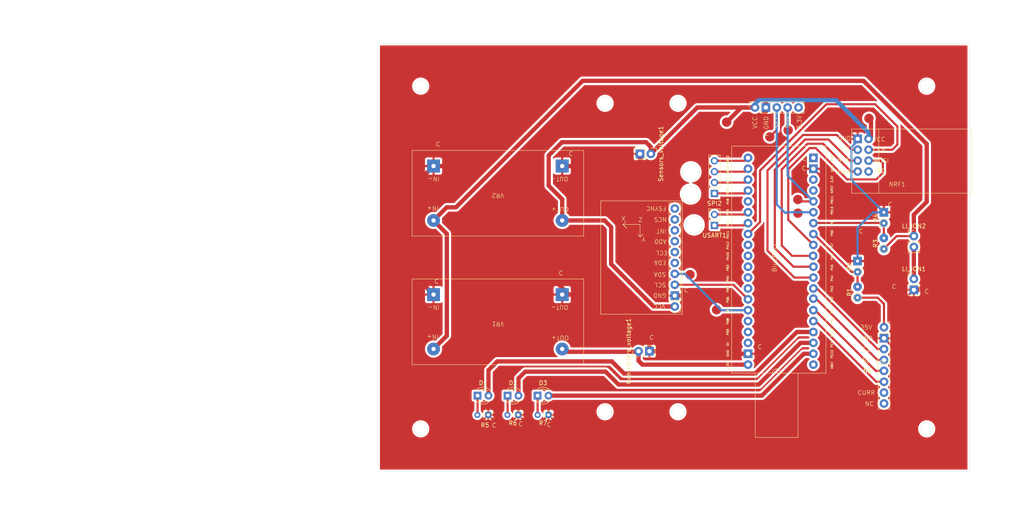
<source format=kicad_pcb>
(kicad_pcb (version 20240108) (generator "pcbnew") (generator_version "8.0")
  (layers (0 "F.Cu" signal) (31 "B.Cu" signal) (34 "B.Paste" user) (35 "F.Paste" user) (36 "B.SilkS" user "B.Silkscreen") (37 "F.SilkS" user "F.Silkscreen") (38 "B.Mask" user) (39 "F.Mask" user) (44 "Edge.Cuts" user))
  (net 0 "")
  (net 1 "SPI2_NSS")
  (net 2 "SPI2_MOSI")
  (net 3 "SPI1_SCK")
  (net 4 "NRF_CE")
  (net 5 "LED1")
  (net 7 "Controllers_supply")
  (net 10 "I2C2_SDA")
  (net 11 "M3")
  (net 14 "SPI1_MOSI")
  (net 16 "Lipo_signal")
  (net 18 "USART1_Tx")
  (net 19 "I2C1_SCL")
  (net 20 "M1")
  (net 21 "SPI2_MISO")
  (net 22 "NRF_CSN")
  (net 23 "USART1_Rx")
  (net 25 "LED3")
  (net 27 "LED2")
  (net 28 "SPI1_MISO")
  (net 29 "I2C2_SCL")
  (net 30 "M2")
  (net 31 "18650_signal")
  (net 33 "SPI2_SCK")
  (net 35 "M4")
  (net 36 "GND")
  (net 38 "I2C1_SDA")
  (net 40 "Sensors_Supply")
  (net 41 "7.4V")
  (net 42 "Net-(D1-K)")
  (net 43 "Net-(D2-K)")
  (net 44 "Net-(D3-K)")
  (net 46 "25v")
  (net 54 "3.7V")
  (footprint "M4_PCB:3.3v_regulator" (layer "F.Cu") (at 115 90 180)
    (property "Reference" "VR2" (at 0 -0.5 180) (layer "F.SilkS") (effects (font (thickness 0.1))))
    (property "Value" "~")
    (fp_text user "IN-" (at 13.55 3.95 180) (layer "F.SilkS") (effects (font (thickness 0.1)) (justify left bottom)))
    (fp_text user "OUT-" (at -16.5 3.95 180) (layer "F.SilkS") (effects (font (thickness 0.1)) (justify left bottom)))
    (fp_text user "OUT+" (at -16.6 -3.15 180) (layer "F.SilkS") (effects (font (thickness 0.1)) (justify left bottom)))
    (fp_text user "IN+" (at 13.75 -2.9 180) (layer "F.SilkS") (effects (font (thickness 0.1)) (justify left bottom)))
    (pad "1" thru_hole circle (at 15 -6.35 180) (size 3 3) (drill 1) (layers "*.Cu" "*.Mask") (net 41 "7.4V"))
    (pad "2" thru_hole rect (at 15 6.35 180) (size 3 3) (drill 1) (layers "*.Cu" "*.Mask") (net 36 "GND"))
    (pad "3" thru_hole circle (at -15 -6.35 180) (size 3 3) (drill 1) (layers "*.Cu" "*.Mask") (net 40 "Sensors_Supply"))
    (pad "4" thru_hole rect (at -15 6.35 180) (size 3 3) (drill 1) (layers "*.Cu" "*.Mask") (net 36 "GND"))
  )
  (footprint "M4_PCB:3.3v_regulator" (layer "F.Cu") (at 115 120 180)
    (property "Reference" "VR1" (at 0 -0.5 180) (layer "F.SilkS") (effects (font (thickness 0.1))))
    (property "Value" "~")
    (fp_text user "OUT-" (at -16.5 3.95 180) (layer "F.SilkS") (effects (font (thickness 0.1)) (justify left bottom)))
    (fp_text user "IN+" (at 13.75 -2.9 180) (layer "F.SilkS") (effects (font (thickness 0.1)) (justify left bottom)))
    (fp_text user "IN-" (at 13.55 3.95 180) (layer "F.SilkS") (effects (font (thickness 0.1)) (justify left bottom)))
    (fp_text user "OUT+" (at -16.6 -3.15 180) (layer "F.SilkS") (effects (font (thickness 0.1)) (justify left bottom)))
    (pad "1" thru_hole circle (at 15 -6.35 180) (size 3 3) (drill 1) (layers "*.Cu" "*.Mask") (net 41 "7.4V"))
    (pad "2" thru_hole rect (at 15 6.35 180) (size 3 3) (drill 1) (layers "*.Cu" "*.Mask") (net 36 "GND"))
    (pad "3" thru_hole circle (at -15 -6.35 180) (size 3 3) (drill 1) (layers "*.Cu" "*.Mask") (net 7 "Controllers_supply"))
    (pad "4" thru_hole rect (at -15 6.35 180) (size 3 3) (drill 1) (layers "*.Cu" "*.Mask") (net 36 "GND"))
  )
  (footprint "LED_THT:LED_D3.0mm" (layer "F.Cu") (at 110.265 137.235)
    (property "Reference" "D1" (at 1.27 -2.96 0) (layer "F.SilkS"))
    (property "Value" "LED")
    (pad "1" thru_hole rect (at 0 0) (size 1.8 1.8) (drill 0.9) (layers "*.Cu" "*.Mask") (net 42 "Net-(D1-K)"))
    (pad "2" thru_hole circle (at 2.54 0) (size 1.8 1.8) (drill 0.9) (layers "*.Cu" "*.Mask") (net 5 "LED1"))
  )
  (footprint "Connector_PinHeader_2.54mm:PinHeader_1x02_P2.54mm_Vertical" (layer "F.Cu") (at 165.5 97.5 180)
    (property "Reference" "USART1" (at 0 -2.33 180) (layer "F.SilkS"))
    (property "Value" "Screw_Terminal_01x02")
    (pad "1" thru_hole rect (at 0 0 180) (size 1.7 1.7) (drill 1) (layers "*.Cu" "*.Mask") (net 23 "USART1_Rx"))
    (pad "2" thru_hole oval (at 0 2.54 180) (size 1.7 1.7) (drill 1) (layers "*.Cu" "*.Mask") (net 18 "USART1_Tx"))
  )
  (footprint "Connector_PinHeader_2.54mm:PinHeader_1x02_P2.54mm_Vertical" (layer "F.Cu") (at 212 110)
    (property "Reference" "LI_ION1" (at 0 -2.33 0) (layer "F.SilkS"))
    (property "Value" "Battery_Cell")
    (pad "1" thru_hole circle (at 0 0) (size 2 2) (drill 1) (layers "*.Cu" "*.Mask") (net 54 "3.7V"))
    (pad "2" thru_hole rect (at 0 2.54) (size 2 2) (drill 1) (layers "*.Cu" "*.Mask") (net 36 "GND"))
  )
  (footprint "M4_PCB:MPU9250" (layer "F.Cu") (at 148.5 105 180)
    (property "Reference" "IMU1" (hide yes))
    (property "Value" "Screw_Terminal_01x10")
    (fp_text user "X" (at 3.685 9.725 180) (layer "F.SilkS") (effects (font (thickness 0.1)) (justify left bottom)))
    (fp_text user "SCL" (at -2.895 -5.785 180) (layer "F.SilkS") (effects (font (thickness 0.1)) (justify right bottom)))
    (fp_text user "Y" (at -0.955 4.895 180) (layer "F.SilkS") (effects (font (thickness 0.1)) (justify left bottom)))
    (fp_text user "SDA" (at -2.815 -3.355 180) (layer "F.SilkS") (effects (font (thickness 0.1)) (justify right bottom)))
    (fp_text user "INT" (at -3.445 6.765 180) (layer "F.SilkS") (effects (font (thickness 0.1)) (justify right bottom)))
    (fp_text user "EDA" (at -2.895 -0.595 180) (layer "F.SilkS") (effects (font (thickness 0.1)) (justify right bottom)))
    (fp_text user "GND" (at -2.655 -8.255 180) (layer "F.SilkS") (effects (font (thickness 0.1)) (justify right bottom)))
    (fp_text user "VCC" (at -2.615 -10.805 180) (layer "F.SilkS") (effects (font (thickness 0.1)) (justify right bottom)))
    (fp_text user "Z" (at -0.295 9.455 180) (layer "F.SilkS") (effects (font (thickness 0.1)) (justify left bottom)))
    (fp_text user "NCS" (at -2.825 9.485 180) (layer "F.SilkS") (effects (font (thickness 0.1)) (justify right bottom)))
    (fp_text user "FSYNC" (at -0.975 12.045 180) (layer "F.SilkS") (effects (font (thickness 0.1)) (justify right bottom)))
    (fp_text user "AD0" (at -2.945 4.335 180) (layer "F.SilkS") (effects (font (thickness 0.1)) (justify right bottom)))
    (fp_text user "ECL" (at -3.265 1.675 180) (layer "F.SilkS") (effects (font (thickness 0.1)) (justify right bottom)))
    (pad "1" thru_hole circle (at -7.755 -11.435 180) (size 2 2) (drill 1) (layers "*.Cu" "*.Mask") (net 40 "Sensors_Supply"))
    (pad "2" thru_hole rect (at -7.755 -8.895 180) (size 2 2) (drill 1) (layers "*.Cu" "*.Mask") (net 36 "GND"))
    (pad "3" thru_hole oval (at -7.755 -6.355 180) (size 2 2) (drill 1) (layers "*.Cu" "*.Mask") (net 19 "I2C1_SCL"))
    (pad "4" thru_hole circle (at -7.755 -3.815 180) (size 2 2) (drill 1) (layers "*.Cu" "*.Mask") (net 38 "I2C1_SDA"))
    (pad "5" thru_hole circle (at -7.755 -1.275 180) (size 2 2) (drill 1) (layers "*.Cu" "*.Mask"))
    (pad "6" thru_hole circle (at -7.755 1.265 180) (size 2 2) (drill 1) (layers "*.Cu" "*.Mask"))
    (pad "7" thru_hole circle (at -7.755 3.805 180) (size 2 2) (drill 1) (layers "*.Cu" "*.Mask"))
    (pad "8" thru_hole circle (at -7.755 6.345 180) (size 2 2) (drill 1) (layers "*.Cu" "*.Mask"))
    (pad "9" thru_hole circle (at -7.755 8.885 180) (size 2 2) (drill 1) (layers "*.Cu" "*.Mask"))
    (pad "10" thru_hole circle (at -7.755 11.425 180) (size 2 2) (drill 1) (layers "*.Cu" "*.Mask"))
  )
  (footprint "M4_PCB:NRF24L1" (layer "F.Cu") (at 211.5 82.5)
    (property "Reference" "NRF1" (at -3.4 5.4 0) (layer "F.SilkS") (effects (font (thickness 0.1))))
    (property "Value" "Screw_Terminal_01x08")
    (fp_text user "CSN" (at -9.1 -1.9 0) (layer "F.SilkS") (effects (font (thickness 0.1)) (justify left bottom)))
    (fp_text user "MISO" (at -17.9 3.1 0) (layer "F.SilkS") (effects (font (thickness 0.1)) (justify left bottom)))
    (fp_text user "VCC" (at -9.1 -4.5 0) (layer "F.SilkS") (effects (font (thickness 0.1)) (justify left bottom)))
    (fp_text user "GND" (at -17.3 -4.7 0) (layer "F.SilkS") (effects (font (thickness 0.1)) (justify left bottom)))
    (fp_text user "MOSI" (at -9 0.5 0) (layer "F.SilkS") (effects (font (thickness 0.1)) (justify left bottom)))
    (fp_text user "CE" (at -16.5 -2.2 0) (layer "F.SilkS") (effects (font (thickness 0.1)) (justify left bottom)))
    (fp_text user "IRQ" (at -8.7 2.9 0) (layer "F.SilkS") (effects (font (thickness 0.1)) (justify left bottom)))
    (pad "1" thru_hole rect (at -12.6 -5.2) (size 2 2) (drill 1) (layers "*.Cu" "*.Mask") (net 36 "GND"))
    (pad "2" thru_hole circle (at -10.06 -5.2) (size 2 2) (drill 1) (layers "*.Cu" "*.Mask") (net 40 "Sensors_Supply"))
    (pad "3" thru_hole circle (at -12.6 -2.66) (size 2 2) (drill 1) (layers "*.Cu" "*.Mask") (net 4 "NRF_CE"))
    (pad "4" thru_hole circle (at -10.06 -2.66) (size 2 2) (drill 1) (layers "*.Cu" "*.Mask") (net 22 "NRF_CSN"))
    (pad "5" thru_hole circle (at -12.6 -0.12) (size 2 2) (drill 1) (layers "*.Cu" "*.Mask") (net 3 "SPI1_SCK"))
    (pad "6" thru_hole circle (at -10.06 -0.12) (size 2 2) (drill 1) (layers "*.Cu" "*.Mask") (net 14 "SPI1_MOSI"))
    (pad "7" thru_hole circle (at -12.6 2.42) (size 2 2) (drill 1) (layers "*.Cu" "*.Mask") (net 28 "SPI1_MISO"))
    (pad "8" thru_hole circle (at -10.06 2.42) (size 2 2) (drill 1) (layers "*.Cu" "*.Mask"))
  )
  (footprint "LED_THT:LED_D3.0mm" (layer "F.Cu") (at 117.265 137.235)
    (property "Reference" "D2" (at 1.27 -2.96 0) (layer "F.SilkS"))
    (property "Value" "LED")
    (pad "1" thru_hole rect (at 0 0) (size 1.8 1.8) (drill 0.9) (layers "*.Cu" "*.Mask") (net 43 "Net-(D2-K)"))
    (pad "2" thru_hole circle (at 2.54 0) (size 1.8 1.8) (drill 0.9) (layers "*.Cu" "*.Mask") (net 27 "LED2"))
  )
  (footprint "M4_PCB:ESC" (layer "F.Cu") (at 205 130)
    (property "Reference" "ESC1" (at 0 -0.5 0) (layer "F.SilkS") (effects (font (thickness 0.1))))
    (property "Value" "Screw_Terminal_01x08")
    (fp_text user "S2" (at -5.07 -0.44 0) (layer "F.SilkS") (effects (font (thickness 0.1)) (justify left bottom)))
    (fp_text user "NC" (at -4.45 9.73 0) (layer "F.SilkS") (effects (font (thickness 0.1)) (justify left bottom)))
    (fp_text user "S3" (at -4.9 2.07 0) (layer "F.SilkS") (effects (font (thickness 0.1)) (justify left bottom)))
    (fp_text user "GND" (at -5.69 -5.55 0) (layer "F.SilkS") (effects (font (thickness 0.1)) (justify left bottom)))
    (fp_text user "25V" (at -5.55 -8.1 0) (layer "F.SilkS") (effects (font (thickness 0.1)) (justify left bottom)))
    (fp_text user "CURR" (at -6.18 7.14 0) (layer "F.SilkS") (effects (font (thickness 0.1)) (justify left bottom)))
    (fp_text user "S1" (at -5.11 -3 0) (layer "F.SilkS") (effects (font (thickness 0.1)) (justify left bottom)))
    (pad "1" thru_hole circle (at 0.04 -8.71) (size 2 2) (drill 1) (layers "*.Cu" "*.Mask") (net 46 "25v"))
    (pad "2" thru_hole rect (at 0.04 -6.17) (size 2 2) (drill 1) (layers "*.Cu" "*.Mask") (net 36 "GND"))
    (pad "3" thru_hole circle (at 0.04 -3.63) (size 2 2) (drill 1) (layers "*.Cu" "*.Mask") (net 20 "M1"))
    (pad "4" thru_hole circle (at 0.04 -1.09) (size 2 2) (drill 1) (layers "*.Cu" "*.Mask") (net 30 "M2"))
    (pad "5" thru_hole circle (at 0.04 1.45) (size 2 2) (drill 1) (layers "*.Cu" "*.Mask") (net 11 "M3"))
    (pad "6" thru_hole circle (at 0.04 3.99) (size 2 2) (drill 1) (layers "*.Cu" "*.Mask") (net 35 "M4"))
    (pad "7" thru_hole circle (at 0.04 6.53) (size 2 2) (drill 1) (layers "*.Cu" "*.Mask"))
    (pad "8" thru_hole circle (at 0.04 9.07) (size 2 2) (drill 1) (layers "*.Cu" "*.Mask"))
  )
  (footprint "Resistor_THT:R_Axial_DIN0204_L3.6mm_D1.6mm_P2.54mm_Vertical" (layer "F.Cu") (at 119.76 141.735 180)
    (property "Reference" "R6" (at 1.27 -1.92 180) (layer "F.SilkS"))
    (property "Value" "1k")
    (pad "1" thru_hole rect (at 0 0 180) (size 1.4 1.4) (drill 0.7) (layers "*.Cu" "*.Mask") (net 36 "GND"))
    (pad "2" thru_hole oval (at 2.54 0 180) (size 1.4 1.4) (drill 0.7) (layers "*.Cu" "*.Mask") (net 43 "Net-(D2-K)"))
  )
  (footprint "Resistor_THT:R_Axial_DIN0204_L3.6mm_D1.6mm_P2.54mm_Vertical" (layer "F.Cu") (at 205 97 90)
    (property "Reference" "R4" (at 1.27 -1.92 -90) (layer "F.SilkS"))
    (property "Value" "10k")
    (pad "1" thru_hole circle (at 0 0 90) (size 2 2) (drill 0.7) (layers "*.Cu" "*.Mask") (net 31 "18650_signal"))
    (pad "2" thru_hole rect (at 2.54 0 90) (size 2 2) (drill 0.7) (layers "*.Cu" "*.Mask") (net 36 "GND"))
  )
  (footprint "M4_PCB:blue_pill" (layer "F.Cu") (at 180 105 90)
    (property "Reference" "BluePill1" (at 0 -0.5 90) (layer "F.SilkS") (effects (font (thickness 0.1))))
    (property "Value" "~")
    (fp_text user "PA8" (at 12.3 -11.1 90) (layer "F.SilkS") (effects (font (size 0.5 0.5) (thickness 0.1)) (justify left bottom)))
    (fp_text user "PC13" (at -23.6 13.2 90) (layer "F.SilkS") (effects (font (size 0.5 0.5) (thickness 0.1)) (justify left bottom)))
    (fp_text user "PB12" (at 21.8 -11.1 90) (layer "F.SilkS") (effects (font (size 0.5 0.5) (thickness 0.1)) (justify left bottom)))
    (fp_text user "GND" (at 22.4 13.2 90) (layer "F.SilkS") (effects (font (size 0.5 0.5) (thickness 0.1)) (justify left bottom)))
    (fp_text user "PB7" (at -13.2 -11.1 90) (layer "F.SilkS") (effects (font (size 0.5 0.5) (thickness 0.1)) (justify left bottom)))
    (fp_text user "NRST" (at 14.9 13.2 90) (layer "F.SilkS") (effects (font (size 0.5 0.5) (thickness 0.1)) (justify left bottom)))
    (fp_text user "PB8" (at -15.7 -11.1 90) (layer "F.SilkS") (effects (font (size 0.5 0.5) (thickness 0.1)) (justify left bottom)))
    (fp_text user "PA0" (at -15.6 13.2 90) (layer "F.SilkS") (effects (font (size 0.5 0.5) (thickness 0.1)) (justify left bottom)))
    (fp_text user "PB9" (at -18.2 -11.1 90) (layer "F.SilkS") (effects (font (size 0.5 0.5) (thickness 0.1)) (justify left bottom)))
    (fp_text user "PA15" (at -0.7 -11.1 90) (layer "F.SilkS") (effects (font (size 0.5 0.5) (thickness 0.1)) (justify left bottom)))
    (fp_text user "3.3V" (at -26.2 -11.1 90) (layer "F.SilkS") (effects (font (size 0.5 0.5) (thickness 0.1)) (justify left bottom)))
    (fp_text user "PA11" (at 4.3 -11.1 90) (layer "F.SilkS") (effects (font (size 0.5 0.5) (thickness 0.1)) (justify left bottom)))
    (fp_text user "PB13" (at 19.3 -11.1 90) (layer "F.SilkS") (effects (font (size 0.5 0.5) (thickness 0.1)) (justify left bottom)))
    (fp_text user "PA2" (at -10.6 13.2 90) (layer "F.SilkS") (effects (font (size 0.5 0.5) (thickness 0.1)) (justify left bottom)))
    (fp_text user "PC15" (at -18.6 13.2 90) (layer "F.SilkS") (effects (font (size 0.5 0.5) (thickness 0.1)) (justify left bottom)))
    (fp_text user "GND" (at 19.9 13.2 90) (layer "F.SilkS") (effects (font (size 0.5 0.5) (thickness 0.1)) (justify left bottom)))
    (fp_text user "5V" (at -20.7 -11.1 90) (layer "F.SilkS") (effects (font (size 0.5 0.5) (thickness 0.1)) (justify left bottom)))
    (fp_text user "PB15" (at 14.3 -11.1 90) (layer "F.SilkS") (effects (font (size 0.5 0.5) (thickness 0.1)) (justify left bottom)))
    (fp_text user "PB5" (at -8.2 -11.1 90) (layer "F.SilkS") (effects (font (size 0.5 0.5) (thickness 0.1)) (justify left bottom)))
    (fp_text user "PA12" (at 1.8 -11.1 90) (layer "F.SilkS") (effects (font (size 0.5 0.5) (thickness 0.1)) (justify left bottom)))
    (fp_text user "PA3" (at -8.1 13.2 90) (layer "F.SilkS") (effects (font (size 0.5 0.5) (thickness 0.1)) (justify left bottom)))
    (fp_text user "PB6" (at -10.7 -11.1 90) (layer "F.SilkS") (effects (font (size 0.5 0.5) (thickness 0.1)) (justify left bottom)))
    (fp_text user "3.3V" (at 17.4 13.2 90) (layer "F.SilkS") (effects (font (size 0.5 0.5) (thickness 0.1)) (justify left bottom)))
    (fp_text user "PC14" (at -21.1 13.2 90) (layer "F.SilkS") (effects (font (size 0.5 0.5) (thickness 0.1)) (justify left bottom)))
    (fp_text user "PB10" (at 9.9 13.2 90) (layer "F.SilkS") (effects (font (size 0.5 0.5) (thickness 0.1)) (justify left bottom)))
    (fp_text user "PA4" (at -5.6 13.2 90) (layer "F.SilkS") (effects (font (size 0.5 0.5) (thickness 0.1)) (justify left bottom)))
    (fp_text user "PA10" (at 6.8 -11.1 90) (layer "F.SilkS") (effects (font (size 0.5 0.5) (thickness 0.1)) (justify left bottom)))
    (fp_text user "PA7" (at 1.9 13.2 90) (layer "F.SilkS") (effects (font (size 0.5 0.5) (thickness 0.1)) (justify left bottom)))
    (fp_text user "PA9" (at 9.8 -11.1 90) (layer "F.SilkS") (effects (font (size 0.5 0.5) (thickness 0.1)) (justify left bottom)))
    (fp_text user "PB14" (at 16.8 -11.1 90) (layer "F.SilkS") (effects (font (size 0.5 0.5) (thickness 0.1)) (justify left bottom)))
    (fp_text user "PB1" (at 7.4 13.2 90) (layer "F.SilkS") (effects (font (size 0.5 0.5) (thickness 0.1)) (justify left bottom)))
    (fp_text user "VBAT" (at -26.1 13.2 90) (layer "F.SilkS") (effects (font (size 0.5 0.5) (thickness 0.1)) (justify left bottom)))
    (fp_text user "PA6" (at -0.6 13.2 90) (layer "F.SilkS") (effects (font (size 0.5 0.5) (thickness 0.1)) (justify left bottom)))
    (fp_text user "PA1" (at -13.1 13.2 90) (layer "F.SilkS") (effects (font (size 0.5 0.5) (thickness 0.1)) (justify left bottom)))
    (fp_text user "PB3" (at -3.2 -11.1 90) (layer "F.SilkS") (effects (font (size 0.5 0.5) (thickness 0.1)) (justify left bottom)))
    (fp_text user "GND" (at -23.2 -11.1 90) (layer "F.SilkS") (effects (font (size 0.5 0.5) (thickness 0.1)) (justify left bottom)))
    (fp_text user "PB11" (at 12.4 13.2 90) (layer "F.SilkS") (effects (font (size 0.5 0.5) (thickness 0.1)) (justify left bottom)))
    (fp_text user "PB4" (at -5.7 -11.1 90) (layer "F.SilkS") (effects (font (size 0.5 0.5) (thickness 0.1)) (justify left bottom)))
    (fp_text user "PB0" (at 4.9 13.2 90) (layer "F.SilkS") (effects (font (size 0.5 0.5) (thickness 0.1)) (justify left bottom)))
    (fp_text user "PA5" (at -3.1 13.2 90) (layer "F.SilkS") (effects (font (size 0.5 0.5) (thickness 0.1)) (justify left bottom)))
    (pad "1" thru_hole circle (at -25 8.57 90) (size 2 2) (drill 1) (layers "*.Cu" "*.Mask"))
    (pad "2" thru_hole circle (at -22.46 8.57 90) (size 2 2) (drill 1) (layers "*.Cu" "*.Mask") (net 25 "LED3"))
    (pad "3" thru_hole circle (at -19.92 8.57 90) (size 2 2) (drill 1) (layers "*.Cu" "*.Mask") (net 27 "LED2"))
    (pad "4" thru_hole circle (at -17.38 8.57 90) (size 2 2) (drill 1) (layers "*.Cu" "*.Mask") (net 5 "LED1"))
    (pad "5" thru_hole circle (at -14.84 8.57 90) (size 2 2) (drill 1) (layers "*.Cu" "*.Mask") (net 35 "M4"))
    (pad "6" thru_hole circle (at -12.3 8.57 90) (size 2 2) (drill 1) (layers "*.Cu" "*.Mask") (net 11 "M3"))
    (pad "7" thru_hole circle (at -9.6 8.57 90) (size 2 2) (drill 1) (layers "*.Cu" "*.Mask") (net 30 "M2"))
    (pad "8" thru_hole circle (at -7.22 8.57 90) (size 2 2) (drill 1) (layers "*.Cu" "*.Mask") (net 20 "M1"))
    (pad "9" thru_hole circle (at -4.68 8.57 90) (size 2 2) (drill 1) (layers "*.Cu" "*.Mask") (net 4 "NRF_CE"))
    (pad "10" thru_hole circle (at -2.14 8.57 90) (size 2 2) (drill 1) (layers "*.Cu" "*.Mask") (net 3 "SPI1_SCK"))
    (pad "11" thru_hole circle (at 0.4 8.5 90) (size 2 2) (drill 1) (layers "*.Cu" "*.Mask") (net 28 "SPI1_MISO"))
    (pad "12" thru_hole circle (at 2.94 8.57 90) (size 2 2) (drill 1) (layers "*.Cu" "*.Mask") (net 14 "SPI1_MOSI"))
    (pad "13" thru_hole circle (at 5.48 8.57 90) (size 2 2) (drill 1) (layers "*.Cu" "*.Mask") (net 16 "Lipo_signal"))
    (pad "14" thru_hole circle (at 8.02 8.57 90) (size 2 2) (drill 1) (layers "*.Cu" "*.Mask") (net 31 "18650_signal"))
    (pad "15" thru_hole circle (at 10.56 8.57 90) (size 2 2) (drill 1) (layers "*.Cu" "*.Mask") (net 29 "I2C2_SCL"))
    (pad "16" thru_hole circle (at 13.1 8.57 90) (size 2 2) (drill 1) (layers "*.Cu" "*.Mask") (net 10 "I2C2_SDA"))
    (pad "17" thru_hole circle (at 15.64 8.57 90) (size 2 2) (drill 1) (layers "*.Cu" "*.Mask"))
    (pad "18" thru_hole circle (at 18.18 8.57 90) (size 2 2) (drill 1) (layers "*.Cu" "*.Mask"))
    (pad "19" thru_hole rect (at 20.72 8.57 90) (size 2 2) (drill 1) (layers "*.Cu" "*.Mask") (net 36 "GND"))
    (pad "20" thru_hole rect (at 23.26 8.57 90) (size 2 2) (drill 1) (layers "*.Cu" "*.Mask"))
    (pad "21" thru_hole circle (at 23.26 -6.67 90) (size 2 2) (drill 1) (layers "*.Cu" "*.Mask") (net 1 "SPI2_NSS"))
    (pad "22" thru_hole circle (at 20.72 -6.67 90) (size 2 2) (drill 1) (layers "*.Cu" "*.Mask") (net 33 "SPI2_SCK"))
    (pad "23" thru_hole circle (at 18.18 -6.67 90) (size 2 2) (drill 1) (layers "*.Cu" "*.Mask") (net 21 "SPI2_MISO"))
    (pad "24" thru_hole circle (at 15.64 -6.67 90) (size 2 2) (drill 1) (layers "*.Cu" "*.Mask") (net 2 "SPI2_MOSI"))
    (pad "25" thru_hole circle (at 13.1 -6.67 90) (size 2 2) (drill 1) (layers "*.Cu" "*.Mask"))
    (pad "26" thru_hole circle (at 10.56 -6.67 90) (size 2 2) (drill 1) (layers "*.Cu" "*.Mask") (net 18 "USART1_Tx"))
    (pad "27" thru_hole circle (at 8.02 -6.67 90) (size 2 2) (drill 1) (layers "*.Cu" "*.Mask") (net 23 "USART1_Rx"))
    (pad "28" thru_hole circle (at 5.48 -6.67 90) (size 2 2) (drill 1) (layers "*.Cu" "*.Mask") (net 22 "NRF_CSN"))
    (pad "29" thru_hole circle (at 2.94 -6.67 90) (size 2 2) (drill 1) (layers "*.Cu" "*.Mask"))
    (pad "30" thru_hole circle (at 0.4 -6.67 90) (size 2 2) (drill 1) (layers "*.Cu" "*.Mask"))
    (pad "31" thru_hole circle (at -2.14 -6.67 90) (size 2 2) (drill 1) (layers "*.Cu" "*.Mask"))
    (pad "32" thru_hole circle (at -4.68 -6.67 90) (size 2 2) (drill 1) (layers "*.Cu" "*.Mask"))
    (pad "33" thru_hole circle (at -7.22 -6.67 90) (size 2 2) (drill 1) (layers "*.Cu" "*.Mask"))
    (pad "34" thru_hole circle (at -9.76 -6.67 90) (size 2 2) (drill 1) (layers "*.Cu" "*.Mask") (net 19 "I2C1_SCL"))
    (pad "35" thru_hole circle (at -12.3 -6.67 90) (size 2 2) (drill 1) (layers "*.Cu" "*.Mask") (net 38 "I2C1_SDA"))
    (pad "36" thru_hole circle (at -14.84 -6.67 90) (size 2 2) (drill 1) (layers "*.Cu" "*.Mask"))
    (pad "37" thru_hole circle (at -17.38 -6.67 90) (size 2 2) (drill 1) (layers "*.Cu" "*.Mask"))
    (pad "38" thru_hole circle (at -19.92 -6.67 90) (size 2 2) (drill 1) (layers "*.Cu" "*.Mask"))
    (pad "39" thru_hole rect (at -22.46 -6.67 90) (size 2 2) (drill 1) (layers "*.Cu" "*.Mask") (net 36 "GND"))
    (pad "40" thru_hole circle (at -25 -6.67 90) (size 2 2) (drill 1) (layers "*.Cu" "*.Mask") (net 7 "Controllers_supply"))
  )
  (footprint "M4_PCB:BMP180" (layer "F.Cu") (at 180 70 90)
    (property "Reference" "BMP180" (hide yes))
    (property "Value" "Screw_Terminal_01x05")
    (fp_text user "GND" (at -5.15 -1.85 90) (layer "F.SilkS") (effects (font (thickness 0.1)) (justify left bottom)))
    (fp_text user "SCL" (at -4.75 0.75 90) (layer "F.SilkS") (effects (font (thickness 0.1)) (justify left bottom)))
    (fp_text user "SDA" (at -4.9 3.2 90) (layer "F.SilkS") (effects (font (thickness 0.1)) (justify left bottom)))
    (fp_text user "VCC" (at -5 -4.45 90) (layer "F.SilkS") (effects (font (thickness 0.1)) (justify left bottom)))
    (fp_text user "3.3V" (at -5.15 5.9 90) (layer "F.SilkS") (effects (font (thickness 0.1)) (justify left bottom)))
    (pad "1" thru_hole circle (at 0.025 -5.05 90) (size 2 2) (drill 1) (layers "*.Cu" "*.Mask") (net 40 "Sensors_Supply"))
    (pad "2" thru_hole rect (at 0.025 -2.51 90) (size 2 2) (drill 1) (layers "*.Cu" "*.Mask") (net 36 "GND"))
    (pad "3" thru_hole circle (at 0.025 0.03 90) (size 2 2) (drill 1) (layers "*.Cu" "*.Mask") (net 29 "I2C2_SCL"))
    (pad "4" thru_hole circle (at 0.025 2.57 90) (size 2 2) (drill 1) (layers "*.Cu" "*.Mask") (net 10 "I2C2_SDA"))
    (pad "5" thru_hole circle (at 0.025 5.11 90) (size 2 2) (drill 1) (layers "*.Cu" "*.Mask"))
  )
  (footprint "Resistor_THT:R_Axial_DIN0204_L3.6mm_D1.6mm_P2.54mm_Vertical" (layer "F.Cu") (at 198.87 108.37 90)
    (property "Reference" "R2" (at 1.27 -1.92 -90) (layer "F.SilkS"))
    (property "Value" "10k")
    (pad "1" thru_hole circle (at 0 0 90) (size 2 2) (drill 0.7) (layers "*.Cu" "*.Mask") (net 16 "Lipo_signal"))
    (pad "2" thru_hole rect (at 2.54 0 90) (size 2 2) (drill 0.7) (layers "*.Cu" "*.Mask") (net 36 "GND"))
  )
  (footprint "Connector_PinHeader_2.54mm:PinHeader_1x04_P2.54mm_Vertical" (layer "F.Cu") (at 165.5 90.04 180)
    (property "Reference" "SPI2" (at 0 -2.33 180) (layer "F.SilkS"))
    (property "Value" "Screw_Terminal_01x04")
    (pad "1" thru_hole rect (at 0 0 180) (size 1.7 1.7) (drill 1) (layers "*.Cu" "*.Mask") (net 2 "SPI2_MOSI"))
    (pad "2" thru_hole oval (at 0 2.54 180) (size 1.7 1.7) (drill 1) (layers "*.Cu" "*.Mask") (net 21 "SPI2_MISO"))
    (pad "3" thru_hole oval (at 0 5.08 180) (size 1.7 1.7) (drill 1) (layers "*.Cu" "*.Mask") (net 33 "SPI2_SCK"))
    (pad "4" thru_hole oval (at 0 7.62 180) (size 1.7 1.7) (drill 1) (layers "*.Cu" "*.Mask") (net 1 "SPI2_NSS"))
  )
  (footprint "Resistor_THT:R_Axial_DIN0204_L3.6mm_D1.6mm_P2.54mm_Vertical" (layer "F.Cu") (at 126.805 141.735 180)
    (property "Reference" "R7" (at 1.27 -1.92 180) (layer "F.SilkS"))
    (property "Value" "1k")
    (pad "1" thru_hole rect (at 0 0 180) (size 1.4 1.4) (drill 0.7) (layers "*.Cu" "*.Mask") (net 36 "GND"))
    (pad "2" thru_hole oval (at 2.54 0 180) (size 1.4 1.4) (drill 0.7) (layers "*.Cu" "*.Mask") (net 44 "Net-(D3-K)"))
  )
  (footprint "Connector_PinHeader_2.54mm:PinHeader_1x02_P2.54mm_Vertical" (layer "F.Cu") (at 147.8 126.86 90)
    (property "Reference" "Controllers_voltage1" (at 0 -2.33 -90) (layer "F.SilkS"))
    (property "Value" "Screw_Terminal_01x02")
    (pad "1" thru_hole circle (at 0 0 90) (size 2 2) (drill 1) (layers "*.Cu" "*.Mask") (net 7 "Controllers_supply"))
    (pad "2" thru_hole rect (at 0 2.54 90) (size 2 2) (drill 1) (layers "*.Cu" "*.Mask") (net 36 "GND"))
  )
  (footprint "LED_THT:LED_D3.0mm" (layer "F.Cu") (at 124.265 137.235)
    (property "Reference" "D3" (at 1.27 -2.96 0) (layer "F.SilkS"))
    (property "Value" "LED")
    (pad "1" thru_hole rect (at 0 0) (size 1.8 1.8) (drill 0.9) (layers "*.Cu" "*.Mask") (net 44 "Net-(D3-K)"))
    (pad "2" thru_hole circle (at 2.54 0) (size 1.8 1.8) (drill 0.9) (layers "*.Cu" "*.Mask") (net 25 "LED3"))
  )
  (footprint "Connector_PinHeader_2.54mm:PinHeader_1x02_P2.54mm_Vertical" (layer "F.Cu") (at 212 100)
    (property "Reference" "LI_ION2" (at 0 -2.33 0) (layer "F.SilkS"))
    (property "Value" "Battery_Cell")
    (pad "1" thru_hole circle (at 0 0) (size 2 2) (drill 1) (layers "*.Cu" "*.Mask") (net 41 "7.4V"))
    (pad "2" thru_hole circle (at 0 2.54) (size 2 2) (drill 1) (layers "*.Cu" "*.Mask") (net 54 "3.7V"))
  )
  (footprint "Connector_PinHeader_2.54mm:PinHeader_1x02_P2.54mm_Vertical" (layer "F.Cu") (at 150.675 80.8 -90)
    (property "Reference" "Sensors_voltage1" (at 0 -2.33 90) (layer "F.SilkS"))
    (property "Value" "Screw_Terminal_01x02")
    (pad "1" thru_hole circle (at 0 0 270) (size 2 2) (drill 1) (layers "*.Cu" "*.Mask") (net 40 "Sensors_Supply"))
    (pad "2" thru_hole rect (at 0 2.54 270) (size 2 2) (drill 1) (layers "*.Cu" "*.Mask") (net 36 "GND"))
  )
  (footprint "Resistor_THT:R_Axial_DIN0204_L3.6mm_D1.6mm_P2.54mm_Vertical" (layer "F.Cu") (at 205 103 90)
    (property "Reference" "R3" (at 1.27 -1.92 -90) (layer "F.SilkS"))
    (property "Value" "27k")
    (pad "1" thru_hole circle (at 0 0 90) (size 2 2) (drill 0.7) (layers "*.Cu" "*.Mask") (net 41 "7.4V"))
    (pad "2" thru_hole circle (at 2.54 0 90) (size 2 2) (drill 0.7) (layers "*.Cu" "*.Mask") (net 31 "18650_signal"))
  )
  (footprint "Resistor_THT:R_Axial_DIN0204_L3.6mm_D1.6mm_P2.54mm_Vertical" (layer "F.Cu") (at 198.87 114.37 90)
    (property "Reference" "R1" (at 1.27 -1.92 -90) (layer "F.SilkS"))
    (property "Value" "100k")
    (pad "1" thru_hole circle (at 0 0 90) (size 2 2) (drill 0.7) (layers "*.Cu" "*.Mask") (net 46 "25v"))
    (pad "2" thru_hole circle (at 2.54 0 90) (size 2 2) (drill 0.7) (layers "*.Cu" "*.Mask") (net 16 "Lipo_signal"))
  )
  (footprint "Resistor_THT:R_Axial_DIN0204_L3.6mm_D1.6mm_P2.54mm_Vertical" (layer "F.Cu") (at 112.76 141.735 180)
    (property "Reference" "R5" (at 0.78 -2.395 180) (layer "F.SilkS"))
    (property "Value" "1k")
    (pad "1" thru_hole rect (at 0 0 180) (size 1.4 1.4) (drill 0.7) (layers "*.Cu" "*.Mask") (net 36 "GND"))
    (pad "2" thru_hole oval (at 2.54 0 180) (size 1.4 1.4) (drill 0.7) (layers "*.Cu" "*.Mask") (net 42 "Net-(D1-K)"))
  )
  (gr_circle (center 184.96 94.65) (end 185.96 94.65) (stroke (width 0.2)) (fill solid) (layer "F.Cu") (net 29))
  (gr_circle (center 166 117.2) (end 167 117.2) (stroke (width 0.2)) (fill solid) (layer "F.Cu") (net 38))
  (gr_circle (center 201.53 72.52) (end 202.53 72.52) (stroke (width 0.2)) (fill solid) (layer "F.Cu") (net 40))
  (gr_circle (center 168.35 73.4) (end 169.35 73.4) (stroke (width 0.2)) (fill solid) (layer "F.Cu") (net 40))
  (gr_circle (center 184.94 91.46) (end 185.94 91.46) (stroke (width 0.2)) (fill solid) (layer "F.Cu") (net 10))
  (gr_circle (center 182.7 75.28) (end 183.7 75.28) (stroke (width 0.2)) (fill solid) (layer "F.Cu") (net 10))
  (gr_circle (center 178.42 76.84) (end 179.42 76.84) (stroke (width 0.2)) (fill solid) (layer "F.Cu") (net 29))
  (gr_circle (center 195.81 91.52) (end 196.81 91.52) (stroke (width 0.2)) (fill solid) (layer "F.Cu") (net 36))
  (gr_circle (center 198.36 100.42) (end 199.36 100.42) (stroke (width 0.2)) (fill solid) (layer "F.Cu") (net 36))
  (gr_circle (center 194.34 72.99) (end 195.34 72.99) (stroke (width 0.2)) (fill solid) (layer "F.Cu") (net 36))
  (gr_circle (center 159.8 109) (end 160.8 109) (stroke (width 0.2)) (fill solid) (layer "F.Cu") (net 38))
  (gr_circle (center 199.9 92.13) (end 200.9 92.13) (stroke (width 0.2)) (fill solid) (layer "F.Cu") (net 36))
  (gr_line (start 87 55) (end 225 55) (stroke (width 0.05)) (layer "Edge.Cuts"))
  (gr_line (start 87 55) (end 87 155) (stroke (width 0.05)) (layer "Edge.Cuts"))
  (gr_circle (center 160 85) (end 162 85) (stroke (width 0.05)) (fill none) (layer "Edge.Cuts"))
  (gr_circle (center 140 69) (end 141.5 69) (stroke (width 0.05)) (fill none) (layer "Edge.Cuts"))
  (gr_circle (center 160.75 97.38) (end 162.75 97.38) (stroke (width 0.05)) (fill none) (layer "Edge.Cuts"))
  (gr_circle (center 215 145) (end 216.5 145) (stroke (width 0.05)) (fill none) (layer "Edge.Cuts"))
  (gr_circle (center 97 145) (end 98.5 145) (stroke (width 0.05)) (fill none) (layer "Edge.Cuts"))
  (gr_circle (center 157 141) (end 158.5 141) (stroke (width 0.05)) (fill none) (layer "Edge.Cuts"))
  (gr_line (start 87 155) (end 225 155) (stroke (width 0.05)) (layer "Edge.Cuts"))
  (gr_circle (center 157 69) (end 158.5 69) (stroke (width 0.05)) (fill none) (layer "Edge.Cuts"))
  (gr_circle (center 97 65) (end 98.5 65) (stroke (width 0.05)) (fill none) (layer "Edge.Cuts"))
  (gr_circle (center 215 65) (end 216.5 65) (stroke (width 0.05)) (fill none) (layer "Edge.Cuts"))
  (gr_circle (center 140 141) (end 141.5 141) (stroke (width 0.05)) (fill none) (layer "Edge.Cuts"))
  (gr_circle (center 159.93 90.17) (end 161.93 90.17) (stroke (width 0.05)) (fill none) (layer "Edge.Cuts"))
  (gr_line (start 225 155) (end 225 55) (stroke (width 0.05)) (layer "Edge.Cuts"))
  (gr_text "C" (at 206.8 112.35 0) (layer "F.SilkS") (effects (font (size 1 1) (thickness 0.1)) (justify left bottom)))
  (gr_text "C" (at 214.45 113.51 0) (layer "F.SilkS") (effects (font (size 1 1) (thickness 0.1)) (justify left bottom)))
  (gr_text "SCK" (at 194.1 82.8 0) (layer "F.SilkS") (effects (font (size 1 1) (thickness 0.1)) (justify left bottom)))
  (gr_text "C" (at 100.49 79.14 0) (layer "F.SilkS") (effects (font (size 1 1) (thickness 0.1)) (justify left bottom)))
  (gr_text "C" (at 113.55 144.745 0) (layer "F.SilkS") (effects (font (size 1 1) (thickness 0.1)) (justify left bottom)))
  (gr_text "C" (at 185.8 84.78 0) (layer "F.SilkS") (effects (font (size 1 1) (thickness 0.1)) (justify left bottom)))
  (gr_text "C" (at 199.1 99.46 0) (layer "F.SilkS") (effects (font (size 1 1) (thickness 0.1)) (justify left bottom)))
  (gr_text "C" (at 177.15 76.68 0) (layer "F.SilkS") (effects (font (size 1 1) (thickness 0.1)) (justify left bottom)))
  (gr_text "C" (at 175.5 126.44 0) (layer "F.SilkS") (effects (font (size 1 1) (thickness 0.1)) (justify left bottom)))
  (gr_text "S4" (at 200.22 132.08 0) (layer "F.SilkS") (effects (font (size 1 1) (thickness 0.1)) (justify left bottom)))
  (gr_text "C" (at 129.12 109.23 0) (layer "F.SilkS") (effects (font (size 1 1) (thickness 0.1)) (justify left bottom)))
  (gr_text "C" (at 185.92 82.5 0) (layer "F.SilkS") (effects (font (size 1 1) (thickness 0.1)) (justify left bottom)))
  (gr_text "C" (at 205.89 93.27 0) (layer "F.SilkS") (effects (font (size 1 1) (thickness 0.1)) (justify left bottom)))
  (gr_text "C" (at 119.75 144.475 0) (layer "F.SilkS") (effects (font (size 1 1) (thickness 0.1)) (justify left bottom)))
  (gr_text "C" (at 100.12 111.21 0) (layer "F.SilkS") (effects (font (size 1 1) (thickness 0.1)) (justify left bottom)))
  (gr_text "C" (at 126.35 144.605 0) (layer "F.SilkS") (effects (font (size 1 1) (thickness 0.1)) (justify left bottom)))
  (gr_text "C" (at 158.34 113.21 0) (layer "F.SilkS") (effects (font (size 1 1) (thickness 0.1)) (justify left bottom)))
  (gr_text "C" (at 150.28 124.26 0) (layer "F.SilkS") (effects (font (size 1 1) (thickness 0.1)) (justify left bottom)))
  (gr_text "C" (at 131.45 81.38 0) (layer "F.SilkS") (effects (font (size 1 1) (thickness 0.1)) (justify left bottom)))
  (segment (start 165.5 82.42) (end 172.65 82.42) (width 0.5) (layer "F.Cu") (net 1))
  (segment (start 172.65 82.42) (end 173.33 81.74) (width 0.5) (layer "F.Cu") (net 1))
  (segment (start 165.5 90.04) (end 172.65 90.04) (width 0.5) (layer "F.Cu") (net 2))
  (segment (start 172.65 90.04) (end 173.33 89.36) (width 0.5) (layer "F.Cu") (net 2))
  (segment (start 197.03 82.38) (end 192.1 77.45) (width 0.5) (layer "F.Cu") (net 3))
  (segment (start 179.58 102.79) (end 183.93 107.14) (width 0.5) (layer "F.Cu") (net 3))
  (segment (start 198.9 82.38) (end 197.03 82.38) (width 0.5) (layer "F.Cu") (net 3))
  (segment (start 183.93 107.14) (end 188.57 107.14) (width 0.5) (layer "F.Cu") (net 3))
  (segment (start 186.66 77.45) (end 179.58 84.53) (width 0.5) (layer "F.Cu") (net 3))
  (segment (start 192.1 77.45) (end 186.66 77.45) (width 0.5) (layer "F.Cu") (net 3))
  (segment (start 179.58 84.53) (end 179.58 102.79) (width 0.5) (layer "F.Cu") (net 3))
  (segment (start 198.9 79.84) (end 197.485787 79.84) (width 0.5) (layer "F.Cu") (net 4))
  (segment (start 177.87 84.69) (end 177.87 103.4) (width 0.5) (layer "F.Cu") (net 4))
  (segment (start 198.9 79.84) (end 198.74 80) (width 0.5) (layer "F.Cu") (net 4))
  (segment (start 186.17 76.39) (end 177.87 84.69) (width 0.5) (layer "F.Cu") (net 4))
  (segment (start 197.485787 79.84) (end 194.035787 76.39) (width 0.5) (layer "F.Cu") (net 4))
  (segment (start 177.87 103.4) (end 184.15 109.68) (width 0.5) (layer "F.Cu") (net 4))
  (segment (start 194.035787 76.39) (end 186.17 76.39) (width 0.5) (layer "F.Cu") (net 4))
  (segment (start 184.15 109.68) (end 188.57 109.68) (width 0.5) (layer "F.Cu") (net 4))
  (segment (start 141.58 129.25) (end 114.85 129.25) (width 1) (layer "F.Cu") (net 5))
  (segment (start 144.41 132.08) (end 141.58 129.25) (width 1) (layer "F.Cu") (net 5))
  (segment (start 184.72 122.38) (end 175.02 132.08) (width 1) (layer "F.Cu") (net 5))
  (segment (start 188.57 122.38) (end 184.72 122.38) (width 1) (layer "F.Cu") (net 5))
  (segment (start 188.99 122.8) (end 188.57 122.38) (width 1) (layer "F.Cu") (net 5))
  (segment (start 112.805 131.295) (end 112.805 137.235) (width 1) (layer "F.Cu") (net 5))
  (segment (start 114.85 129.25) (end 112.805 131.295) (width 1) (layer "F.Cu") (net 5))
  (segment (start 175.02 132.08) (end 144.41 132.08) (width 1) (layer "F.Cu") (net 5))
  (segment (start 148.7 130) (end 173.33 130) (width 1) (layer "F.Cu") (net 7))
  (segment (start 147.66 127) (end 147.8 126.86) (width 1) (layer "F.Cu") (net 7))
  (segment (start 130.65 127) (end 147.66 127) (width 1) (layer "F.Cu") (net 7))
  (segment (start 130 126.35) (end 130.65 127) (width 1) (layer "F.Cu") (net 7))
  (segment (start 147.8 129.1) (end 148.7 130) (width 1) (layer "F.Cu") (net 7))
  (segment (start 147.8 126.86) (end 147.8 129.1) (width 1) (layer "F.Cu") (net 7))
  (segment (start 173.33 130.07) (end 173.33 130) (width 1) (layer "B.Cu") (net 7))
  (segment (start 147.8 126.86) (end 147.8 127.6) (width 1) (layer "B.Cu") (net 7))
  (segment (start 182.57 74.52) (end 183.23 75.18) (width 0.5) (layer "F.Cu") (net 10))
  (segment (start 188.57 91.9) (end 185.38 91.9) (width 0.5) (layer "F.Cu") (net 10))
  (segment (start 182.57 69.975) (end 182.57 74.52) (width 0.5) (layer "F.Cu") (net 10))
  (segment (start 185.38 91.9) (end 184.94 91.46) (width 0.5) (layer "F.Cu") (net 10))
  (segment (start 188.57 91.9) (end 182.57 85.9) (width 0.5) (layer "B.Cu") (net 10))
  (segment (start 182.57 85.9) (end 182.57 69.975) (width 0.5) (layer "B.Cu") (net 10))
  (segment (start 188.97 117.3) (end 188.57 117.3) (width 0.5) (layer "F.Cu") (net 11))
  (segment (start 205.04 131.45) (end 203.12 131.45) (width 0.5) (layer "F.Cu") (net 11))
  (segment (start 203.12 131.45) (end 188.97 117.3) (width 0.5) (layer "F.Cu") (net 11))
  (segment (start 189.13 79.46) (end 187.68 79.46) (width 0.5) (layer "F.Cu") (net 14))
  (segment (start 187.68 79.46) (end 182.71 84.43) (width 0.5) (layer "F.Cu") (net 14))
  (segment (start 201.44 82.38) (end 204.14 82.38) (width 0.5) (layer "F.Cu") (net 14))
  (segment (start 204.78 83.02) (end 204.78 85.24) (width 0.5) (layer "F.Cu") (net 14))
  (segment (start 196.44 86.77) (end 189.13 79.46) (width 0.5) (layer "F.Cu") (net 14))
  (segment (start 182.71 84.43) (end 182.71 96.2) (width 0.5) (layer "F.Cu") (net 14))
  (segment (start 204.14 82.38) (end 204.78 83.02) (width 0.5) (layer "F.Cu") (net 14))
  (segment (start 182.71 96.2) (end 188.57 102.06) (width 0.5) (layer "F.Cu") (net 14))
  (segment (start 203.25 86.77) (end 196.44 86.77) (width 0.5) (layer "F.Cu") (net 14))
  (segment (start 204.78 85.24) (end 203.25 86.77) (width 0.5) (layer "F.Cu") (net 14))
  (segment (start 188.67 99.52) (end 188.57 99.52) (width 0.5) (layer "F.Cu") (net 16))
  (segment (start 198.87 111.83) (end 198.87 108.37) (width 0.5) (layer "F.Cu") (net 16))
  (segment (start 197.52 108.37) (end 188.67 99.52) (width 0.5) (layer "F.Cu") (net 16))
  (segment (start 198.87 108.37) (end 197.52 108.37) (width 0.5) (layer "F.Cu") (net 16))
  (segment (start 165.5 94.96) (end 172.81 94.96) (width 0.5) (layer "F.Cu") (net 18))
  (segment (start 172.81 94.96) (end 173.33 94.44) (width 0.5) (layer "F.Cu") (net 18))
  (segment (start 172.76 114.76) (end 173.33 114.76) (width 0.5) (layer "F.Cu") (net 19))
  (segment (start 156.255 111.355) (end 169.925 111.355) (width 0.5) (layer "F.Cu") (net 19))
  (segment (start 169.925 111.355) (end 173.33 114.76) (width 0.5) (layer "F.Cu") (net 19))
  (segment (start 189.4 112.22) (end 188.57 112.22) (width 0.5) (layer "F.Cu") (net 20))
  (segment (start 203.55 126.37) (end 189.4 112.22) (width 0.5) (layer "F.Cu") (net 20))
  (segment (start 205.04 126.37) (end 203.55 126.37) (width 0.5) (layer "F.Cu") (net 20))
  (segment (start 165.5 87.5) (end 172.65 87.5) (width 0.5) (layer "F.Cu") (net 21))
  (segment (start 172.65 87.5) (end 173.33 86.82) (width 0.5) (layer "F.Cu") (net 21))
  (segment (start 208.16 78.65) (end 208.16 74.4) (width 0.5) (layer "F.Cu") (net 22))
  (segment (start 206.97 79.84) (end 208.16 78.65) (width 0.5) (layer "F.Cu") (net 22))
  (segment (start 208.16 74.4) (end 202.98 69.22) (width 0.5) (layer "F.Cu") (net 22))
  (segment (start 201.44 79.84) (end 206.97 79.84) (width 0.5) (layer "F.Cu") (net 22))
  (segment (start 176.13 96.72) (end 173.33 99.52) (width 0.5) (layer "F.Cu") (net 22))
  (segment (start 191.62 69.22) (end 176.13 84.71) (width 0.5) (layer "F.Cu") (net 22))
  (segment (start 176.13 84.71) (end 176.13 96.72) (width 0.5) (layer "F.Cu") (net 22))
  (segment (start 202.98 69.22) (end 191.62 69.22) (width 0.5) (layer "F.Cu") (net 22))
  (segment (start 165.5 97.5) (end 172.81 97.5) (width 0.5) (layer "F.Cu") (net 23))
  (segment (start 172.81 97.5) (end 173.33 96.98) (width 0.5) (layer "F.Cu") (net 23))
  (segment (start 176.565 137.235) (end 186.34 127.46) (width 1) (layer "F.Cu") (net 25))
  (segment (start 126.805 137.235) (end 176.565 137.235) (width 1) (layer "F.Cu") (net 25))
  (segment (start 186.34 127.46) (end 188.57 127.46) (width 1) (layer "F.Cu") (net 25))
  (segment (start 121.37 131.64) (end 140.11 131.64) (width 1) (layer "F.Cu") (net 27))
  (segment (start 119.805 137.235) (end 119.805 133.205) (width 1) (layer "F.Cu") (net 27))
  (segment (start 140.11 131.64) (end 143.12 134.65) (width 1) (layer "F.Cu") (net 27))
  (segment (start 185.57 124.92) (end 188.57 124.92) (width 1) (layer "F.Cu") (net 27))
  (segment (start 175.84 134.65) (end 185.57 124.92) (width 1) (layer "F.Cu") (net 27))
  (segment (start 143.12 134.65) (end 175.84 134.65) (width 1) (layer "F.Cu") (net 27))
  (segment (start 119.805 133.205) (end 121.37 131.64) (width 1) (layer "F.Cu") (net 27))
  (segment (start 181.2 102.2) (end 183.6 104.6) (width 0.5) (layer "F.Cu") (net 28))
  (segment (start 197.31 84.92) (end 190.83 78.44) (width 0.5) (layer "F.Cu") (net 28))
  (segment (start 183.6 104.6) (end 188.5 104.6) (width 0.5) (layer "F.Cu") (net 28))
  (segment (start 190.83 78.44) (end 187.18 78.44) (width 0.5) (layer "F.Cu") (net 28))
  (segment (start 187.18 78.44) (end 181.2 84.42) (width 0.5) (layer "F.Cu") (net 28))
  (segment (start 198.9 84.92) (end 197.31 84.92) (width 0.5) (layer "F.Cu") (net 28))
  (segment (start 181.2 84.42) (end 181.2 102.2) (width 0.5) (layer "F.Cu") (net 28))
  (segment (start 188.57 94.44) (end 185.17 94.44) (width 0.5) (layer "F.Cu") (net 29))
  (segment (start 180.03 75.23) (end 180.03 69.975) (width 0.5) (layer "F.Cu") (net 29))
  (segment (start 185.17 94.44) (end 184.96 94.65) (width 0.5) (layer "F.Cu") (net 29))
  (segment (start 178.42 76.84) (end 180.03 75.23) (width 0.5) (layer "F.Cu") (net 29))
  (segment (start 182.25 94.58) (end 182.39 94.44) (width 0.5) (layer "B.Cu") (net 29))
  (segment (start 182.39 94.44) (end 188.57 94.44) (width 0.5) (layer "B.Cu") (net 29))
  (segment (start 180.03 92.63) (end 181.98 94.58) (width 0.5) (layer "B.Cu") (net 29))
  (segment (start 180.03 69.975) (end 180.03 92.63) (width 0.5) (layer "B.Cu") (net 29))
  (segment (start 181.98 94.58) (end 182.25 94.58) (width 0.5) (layer "B.Cu") (net 29))
  (segment (start 188.57 114.6) (end 189.18 114.6) (width 0.5) (layer "F.Cu") (net 30))
  (segment (start 189.18 114.6) (end 203.49 128.91) (width 0.5) (layer "F.Cu") (net 30))
  (segment (start 203.49 128.91) (end 205.04 128.91) (width 0.5) (layer "F.Cu") (net 30))
  (segment (start 205 97) (end 204.93 96.93) (width 0.5) (layer "F.Cu") (net 31))
  (segment (start 189.05 97.46) (end 188.57 96.98) (width 0.5) (layer "F.Cu") (net 31))
  (segment (start 205 100.46) (end 205 97) (width 0.5) (layer "F.Cu") (net 31))
  (segment (start 188.62 96.93) (end 188.57 96.98) (width 0.5) (layer "F.Cu") (net 31))
  (segment (start 204.93 96.93) (end 188.62 96.93) (width 0.5) (layer "F.Cu") (net 31))
  (segment (start 165.5 84.96) (end 172.65 84.96) (width 0.5) (layer "F.Cu") (net 33))
  (segment (start 172.65 84.96) (end 173.33 84.28) (width 0.5) (layer "F.Cu") (net 33))
  (segment (start 188.57 119.84) (end 189.08 119.84) (width 0.5) (layer "F.Cu") (net 35))
  (segment (start 189.08 119.84) (end 203.23 133.99) (width 0.5) (layer "F.Cu") (net 35))
  (segment (start 203.23 133.99) (end 205.04 133.99) (width 0.5) (layer "F.Cu") (net 35))
  (segment (start 97.2 86.45) (end 97.2 110.85) (width 1) (layer "F.Cu") (net 36))
  (segment (start 199.1 88.56) (end 192.85 88.56) (width 0.5) (layer "F.Cu") (net 36))
  (segment (start 148.135 80.8) (end 148.135 83.065) (width 1) (layer "F.Cu") (net 36))
  (segment (start 196.42 92.13) (end 199.9 92.13) (width 0.5) (layer "F.Cu") (net 36))
  (segment (start 150.332919 84.2) (end 154.61 84.2) (width 1) (layer "F.Cu") (net 36))
  (segment (start 198.87 105.83) (end 203.87 105.83) (width 0.5) (layer "F.Cu") (net 36))
  (segment (start 210.04 138.53) (end 210.04 128.83) (width 0.5) (layer "F.Cu") (net 36))
  (segment (start 126.805 141.735) (end 124.825 143.715) (width 0.5) (layer "F.Cu") (net 36))
  (segment (start 100 83.65) (end 97.2 86.45) (width 1) (layer "F.Cu") (net 36))
  (segment (start 210.185 114.355) (end 209.945 114.595) (width 0.5) (layer "F.Cu") (net 36))
  (segment (start 124.825 143.715) (end 121.74 143.715) (width 0.5) (layer "F.Cu") (net 36))
  (segment (start 130.22 145.15) (end 203.42 145.15) (width 0.5) (layer "F.Cu") (net 36))
  (segment (start 192.495 88.205) (end 196.42 92.13) (width 0.5) (layer "F.Cu") (net 36))
  (segment (start 108.31 144.41) (end 107.25 143.35) (width 0.5) (layer "F.Cu") (net 36))
  (segment (start 161.23 120.2) (end 161.23 115.83) (width 1) (layer "F.Cu") (net 36))
  (segment (start 131.54 113.65) (end 141.85 113.65) (width 1) (layer "F.Cu") (net 36))
  (segment (start 207.805 114.595) (end 209.945 114.595) (width 0.5) (layer "F.Cu") (net 36))
  (segment (start 133.45 83.65) (end 130 83.65) (width 0.5) (layer "F.Cu") (net 36))
  (segment (start 150.34 122.14) (end 150.34 126.86) (width 1) (layer "F.Cu") (net 36))
  (segment (start 209.945 114.595) (end 209.945 121.625) (width 0.5) (layer "F.Cu") (net 36))
  (segment (start 148.135 83.065) (end 147.55 83.65) (width 1) (layer "F.Cu") (net 36))
  (segment (start 170.86 127.46) (end 173.33 127.46) (width 1) (layer "F.Cu") (net 36))
  (segment (start 161.56 77.25) (end 171.13 77.25) (width 1) (layer "F.Cu") (net 36))
  (segment (start 161.23 115.83) (end 159.295 113.895) (width 1) (layer "F.Cu") (net 36))
  (segment (start 150.34 126.86) (end 154.57 126.86) (width 1) (layer "F.Cu") (net 36))
  (segment (start 164.04 120.64) (end 170.86 127.46) (width 1) (layer "F.Cu") (net 36))
  (segment (start 154.61 84.2) (end 161.56 77.25) (width 1) (layer "F.Cu") (net 36))
  (segment (start 107.25 130.66) (end 124.26 113.65) (width 0.5) (layer "F.Cu") (net 36))
  (segment (start 137.26 66.01) (end 174.89 66.01) (width 1) (layer "F.Cu") (net 36))
  (segment (start 126.805 141.735) (end 130.22 145.15) (width 0.5) (layer "F.Cu") (net 36))
  (segment (start 198.87 100.93) (end 198.87 105.83) (width 0.5) (layer "F.Cu") (net 36))
  (segment (start 114.78 143.755) (end 112.76 141.735) (width 0.5) (layer "F.Cu") (net 36))
  (segment (start 161.23 120.2) (end 161.67 120.64) (width 1) (layer "F.Cu") (net 36))
  (segment (start 107.25 143.35) (end 107.25 130.66) (width 0.5) (layer "F.Cu") (net 36))
  (segment (start 209.945 121.625) (end 207.7 123.87) (width 0.5) (layer "F.Cu") (net 36))
  (segment (start 177.49 68.61) (end 177.49 69.975) (width 1) (layer "F.Cu") (net 36))
  (segment (start 207.7 123.87) (end 205.08 123.87) (width 0.5) (layer "F.Cu") (net 36))
  (segment (start 204.47 111.26) (end 207.805 114.595) (width 0.5) (layer "F.Cu") (net 36))
  (segment (start 205 94.46) (end 199.1 88.56) (width 0.5) (layer "F.Cu") (net 36))
  (segment (start 212 112.54) (end 213.202081 112.54) (width 1) (layer "F.Cu") (net 36))
  (segment (start 213.202081 112.54) (end 216.9 108.842081) (width 1) (layer "F.Cu") (net 36))
  (segment (start 141.85 113.65) (end 150.34 122.14) (width 1) (layer "F.Cu") (net 36))
  (segment (start 131.54 113.65) (end 121.6 103.71) (width 1) (layer "F.Cu") (net 36))
  (segment (start 121.6 81.67) (end 137.26 66.01) (width 1) (layer "F.Cu") (net 36))
  (segment (start 192.495 88.205) (end 188.57 84.28) (width 0.5) (layer "F.Cu") (net 36))
  (segment (start 124.26 113.65) (end 130 113.65) (width 0.5) (layer "F.Cu") (net 36))
  (segment (start 192.85 88.56) (end 192.495 88.205) (width 0.5) (layer "F.Cu") (net 36))
  (segment (start 109.56 83.65) (end 100 83.65) (width 1) (layer "F.Cu") (net 36))
  (segment (start 121.74 143.715) (end 119.76 141.735) (width 0.5) (layer "F.Cu") (net 36))
  (segment (start 112.76 141.735) (end 110.085 144.41) (width 0.5) (layer "F.Cu") (net 36))
  (segment (start 216.9 77.8) (end 200.91 61.81) (width 1) (layer "F.Cu") (net 36))
  (segment (start 203.42 145.15) (end 210.04 138.53) (width 0.5) (layer "F.Cu") (net 36))
  (segment (start 154.57 126.86) (end 161.23 120.2) (width 1) (layer "F.Cu") (net 36))
  (segment (start 216.9 108.842081) (end 216.9 77.8) (width 1) (layer "F.Cu") (net 36))
  (segment (start 174.89 66.01) (end 177.49 68.61) (width 1) (layer "F.Cu") (net 36))
  (segment (start 131.4 61.81) (end 109.56 83.65) (width 1) (layer "F.Cu") (net 36))
  (segment (start 177.49 70.89) (end 177.49 69.975) (width 1) (layer "F.Cu") (net 36))
  (segment (start 159.295 113.895) (end 156.255 113.895) (width 1) (layer "F.Cu") (net 36))
  (segment (start 97.2 110.85) (end 100 113.65) (width 1) (layer "F.Cu") (net 36))
  (segment (start 210.185 114.355) (end 212 112.54) (width 0.5) (layer "F.Cu") (net 36))
  (segment (start 130 113.65) (end 131.54 113.65) (width 1) (layer "F.Cu") (net 36))
  (segment (start 210.04 128.83) (end 205.04 123.83) (width 0.5) (layer "F.Cu") (net 36))
  (segment (start 198.36 100.42) (end 198.87 100.93) (width 0.5) (layer "F.Cu") (net 36))
  (segment (start 198.65 77.3) (end 194.34 72.99) (width 0.5) (layer "F.Cu") (net 36))
  (segment (start 161.67 120.64) (end 164.04 120.64) (width 1) (layer "F.Cu") (net 36))
  (segment (start 110.085 144.41) (end 108.31 144.41) (width 0.5) (layer "F.Cu") (net 36))
  (segment (start 147.55 83.65) (end 130 83.65) (width 1) (layer "F.Cu") (net 36))
  (segment (start 171.13 77.25) (end 177.49 70.89) (width 1) (layer "F.Cu") (net 36))
  (segment (start 205.08 123.87) (end 205.04 123.83) (width 0.5) (layer "F.Cu") (net 36))
  (segment (start 148.135 80.8) (end 148.135 82.002081) (width 1) (layer "F.Cu") (net 36))
  (segment (start 203.87 105.83) (end 204.47 106.43) (width 0.5) (layer "F.Cu") (net 36))
  (segment (start 117.74 143.755) (end 114.78 143.755) (width 0.5) (layer "F.Cu") (net 36))
  (segment (start 200.91 61.81) (end 131.4 61.81) (width 1) (layer "F.Cu") (net 36))
  (segment (start 121.6 103.71) (end 121.6 81.67) (width 1) (layer "F.Cu") (net 36))
  (segment (start 198.9 77.3) (end 198.65 77.3) (width 0.5) (layer "F.Cu") (net 36))
  (segment (start 148.135 82.002081) (end 150.332919 84.2) (width 1) (layer "F.Cu") (net 36))
  (segment (start 198.3 77.3) (end 198.9 77.3) (width 0.5) (layer "F.Cu") (net 36))
  (segment (start 204.47 106.43) (end 204.47 111.26) (width 0.5) (layer "F.Cu") (net 36))
  (segment (start 119.76 141.735) (end 117.74 143.755) (width 0.5) (layer "F.Cu") (net 36))
  (segment (start 177.49 69.975) (end 177.49 70.8) (width 1) (layer "F.Cu") (net 36))
  (segment (start 202.5 94.46) (end 198.87 98.09) (width 0.5) (layer "B.Cu") (net 36))
  (segment (start 197.45 79.23939) (end 197.45 86.91) (width 0.5) (layer "B.Cu") (net 36))
  (segment (start 198.87 98.09) (end 198.87 105.83) (width 0.5) (layer "B.Cu") (net 36))
  (segment (start 197.45 86.91) (end 205 94.46) (width 0.5) (layer "B.Cu") (net 36))
  (segment (start 198.9 77.3) (end 198.3 77.3) (width 0.5) (layer "B.Cu") (net 36))
  (segment (start 198.9 77.78939) (end 197.45 79.23939) (width 0.5) (layer "B.Cu") (net 36))
  (segment (start 198.9 77.3) (end 198.9 77.78939) (width 0.5) (layer "B.Cu") (net 36))
  (segment (start 205 94.46) (end 202.5 94.46) (width 0.5) (layer "B.Cu") (net 36))
  (segment (start 156.255 108.815) (end 159.615 108.815) (width 0.5) (layer "F.Cu") (net 38))
  (segment (start 159.615 108.815) (end 159.8 109) (width 0.5) (layer "F.Cu") (net 38))
  (segment (start 166.1 117.3) (end 173.33 117.3) (width 0.5) (layer "F.Cu") (net 38))
  (segment (start 166 117.2) (end 166.1 117.3) (width 0.5) (layer "F.Cu") (net 38))
  (segment (start 173.33 117.3) (end 167.1 117.3) (width 0.5) (layer "B.Cu") (net 38))
  (segment (start 167.1 117.3) (end 158.615 108.815) (width 0.5) (layer "B.Cu") (net 38))
  (segment (start 158.615 108.815) (end 156.255 108.815) (width 0.5) (layer "B.Cu") (net 38))
  (segment (start 161.5 69.975) (end 174.95 69.975) (width 1) (layer "F.Cu") (net 40))
  (segment (start 130 96.35) (end 139.89 96.35) (width 1) (layer "F.Cu") (net 40))
  (segment (start 130 91.4) (end 130 96.35) (width 1) (layer "F.Cu") (net 40))
  (segment (start 150.675 80.8) (end 161.5 69.975) (width 1) (layer "F.Cu") (net 40))
  (segment (start 174.95 69.975) (end 171.775 69.975) (width 1) (layer "F.Cu") (net 40))
  (segment (start 129.96 78.08) (end 126.85 81.19) (width 1) (layer "F.Cu") (net 40))
  (segment (start 201.44 77.3) (end 202.01 76.73) (width 1) (layer "F.Cu") (net 40))
  (segment (start 141.41 106.52) (end 151.325 116.435) (width 1) (layer "F.Cu") (net 40))
  (segment (start 150.675 79.215) (end 149.54 78.08) (width 1) (layer "F.Cu") (net 40))
  (segment (start 139.89 96.35) (end 141.41 97.87) (width 1) (layer "F.Cu") (net 40))
  (segment (start 141.41 97.87) (end 141.41 106.52) (width 1) (layer "F.Cu") (net 40))
  (segment (start 130 96.35) (end 128.95 96.35) (width 1) (layer "F.Cu") (net 40))
  (segment (start 171.775 69.975) (end 168.35 73.4) (width 1) (layer "F.Cu") (net 40))
  (segment (start 126.85 81.19) (end 126.85 88.25) (width 1) (layer "F.Cu") (net 40))
  (segment (start 202.01 73.18) (end 201.44 72.61) (width 1) (layer "F.Cu") (net 40))
  (segment (start 201.44 72.61) (end 201.53 72.52) (width 0.5) (layer "F.Cu") (net 40))
  (segment (start 149.54 78.08) (end 129.96 78.08) (width 1) (layer "F.Cu") (net 40))
  (segment (start 202.01 76.73) (end 202.01 73.18) (width 1) (layer "F.Cu") (net 40))
  (segment (start 150.675 80.8) (end 150.675 79.215) (width 1) (layer "F.Cu") (net 40))
  (segment (start 126.85 88.25) (end 130 91.4) (width 1) (layer "F.Cu") (net 40))
  (segment (start 151.325 116.435) (end 156.255 116.435) (width 1) (layer "F.Cu") (net 40))
  (segment (start 174.95 69.975) (end 174.95 69.115) (width 1) (layer "B.Cu") (net 40))
  (segment (start 174.95 69.115) (end 175.79 68.275) (width 1) (layer "B.Cu") (net 40))
  (segment (start 193.855 68.275) (end 201.44 75.86) (width 1) (layer "B.Cu") (net 40))
  (segment (start 175.79 68.275) (end 193.855 68.275) (width 1) (layer "B.Cu") (net 40))
  (segment (start 201.44 75.86) (end 201.44 77.3) (width 1) (layer "B.Cu") (net 40))
  (segment (start 215 92) (end 215 78.5) (width 1) (layer "F.Cu") (net 41))
  (segment (start 105.24 93.28) (end 103.07 93.28) (width 1) (layer "F.Cu") (net 41))
  (segment (start 212 100) (end 212 95) (width 1) (layer "F.Cu") (net 41))
  (segment (start 103.1 99.45) (end 103.1 123.25) (width 1) (layer "F.Cu") (net 41))
  (segment (start 200.26 63.76) (end 134.76 63.76) (width 1) (layer "F.Cu") (net 41))
  (segment (start 215 78.5) (end 200.26 63.76) (width 1) (layer "F.Cu") (net 41))
  (segment (start 103.1 123.25) (end 100 126.35) (width 1) (layer "F.Cu") (net 41))
  (segment (start 208 100) (end 205 103) (width 0.5) (layer "F.Cu") (net 41))
  (segment (start 103.07 93.28) (end 100 96.35) (width 1) (layer "F.Cu") (net 41))
  (segment (start 212 95) (end 215 92) (width 1) (layer "F.Cu") (net 41))
  (segment (start 212 100) (end 208 100) (width 0.5) (layer "F.Cu") (net 41))
  (segment (start 134.76 63.76) (end 105.24 93.28) (width 1) (layer "F.Cu") (net 41))
  (segment (start 100 96.35) (end 103.1 99.45) (width 1) (layer "F.Cu") (net 41))
  (segment (start 110.265 137.235) (end 110.265 141.69) (width 0.5) (layer "F.Cu") (net 42))
  (segment (start 110.22 137.28) (end 110.265 137.235) (width 0.5) (layer "F.Cu") (net 42))
  (segment (start 110.265 141.69) (end 110.22 141.735) (width 0.5) (layer "F.Cu") (net 42))
  (segment (start 117.265 141.69) (end 117.22 141.735) (width 0.5) (layer "F.Cu") (net 43))
  (segment (start 117.265 137.235) (end 117.265 141.69) (width 0.5) (layer "F.Cu") (net 43))
  (segment (start 117.22 137.28) (end 117.265 137.235) (width 0.5) (layer "F.Cu") (net 43))
  (segment (start 124.265 137.235) (end 124.265 141.735) (width 0.5) (layer "F.Cu") (net 44))
  (segment (start 198.87 114.37) (end 203.57 114.37) (width 0.5) (layer "F.Cu") (net 46))
  (segment (start 205.04 115.84) (end 204.6 115.4) (width 0.5) (layer "F.Cu") (net 46))
  (segment (start 205.04 121.29) (end 205.04 115.84) (width 0.5) (layer "F.Cu") (net 46))
  (segment (start 203.57 114.37) (end 205.04 115.84) (width 0.5) (layer "F.Cu") (net 46))
  (segment (start 212 110) (end 212 102.54) (width 1) (layer "F.Cu") (net 54))
  (zone (net 36) (net_name "GND") (layer "F.Cu") (connect_pads (clearance 0.5)) (min_thickness 0.25) (fill yes (thermal_gap 0.5) (thermal_bridge_width 0.5))
    (polygon (pts (xy 73.34 46.95) (xy 237.69 44.89) (xy 237.43 163.64) (xy 76.18 164.16)))
  )
)
</source>
